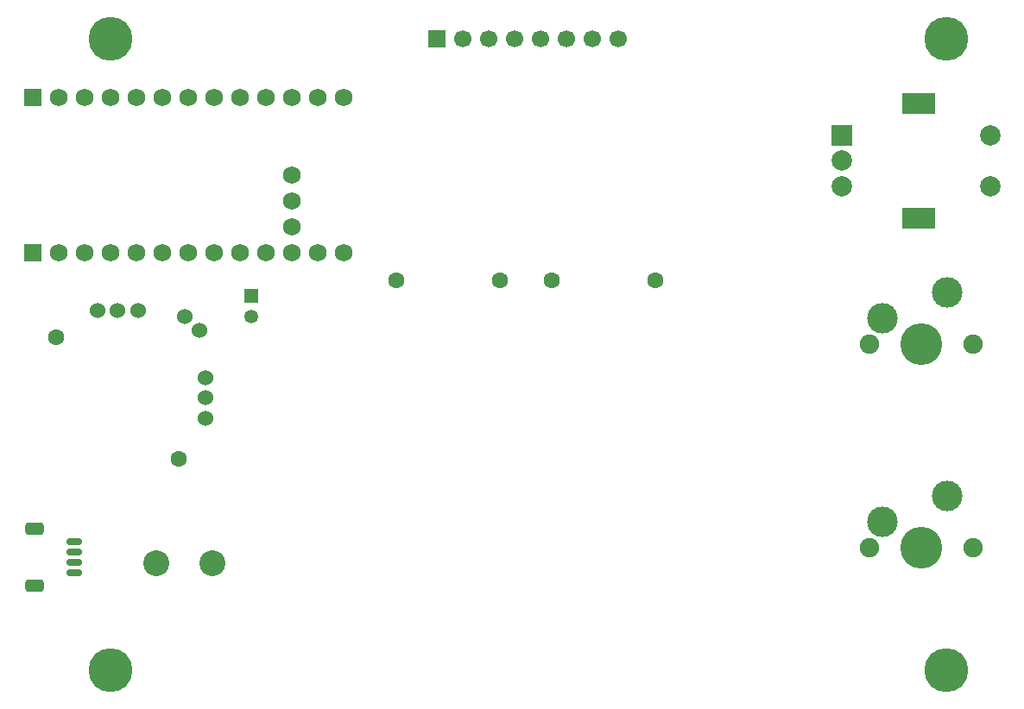
<source format=gts>
%TF.GenerationSoftware,KiCad,Pcbnew,9.0.7*%
%TF.CreationDate,2026-03-07T10:30:55+01:00*%
%TF.ProjectId,confnicebadge,636f6e66-6e69-4636-9562-616467652e6b,rev?*%
%TF.SameCoordinates,Original*%
%TF.FileFunction,Soldermask,Top*%
%TF.FilePolarity,Negative*%
%FSLAX46Y46*%
G04 Gerber Fmt 4.6, Leading zero omitted, Abs format (unit mm)*
G04 Created by KiCad (PCBNEW 9.0.7) date 2026-03-07 10:30:55*
%MOMM*%
%LPD*%
G01*
G04 APERTURE LIST*
G04 Aperture macros list*
%AMRoundRect*
0 Rectangle with rounded corners*
0 $1 Rounding radius*
0 $2 $3 $4 $5 $6 $7 $8 $9 X,Y pos of 4 corners*
0 Add a 4 corners polygon primitive as box body*
4,1,4,$2,$3,$4,$5,$6,$7,$8,$9,$2,$3,0*
0 Add four circle primitives for the rounded corners*
1,1,$1+$1,$2,$3*
1,1,$1+$1,$4,$5*
1,1,$1+$1,$6,$7*
1,1,$1+$1,$8,$9*
0 Add four rect primitives between the rounded corners*
20,1,$1+$1,$2,$3,$4,$5,0*
20,1,$1+$1,$4,$5,$6,$7,0*
20,1,$1+$1,$6,$7,$8,$9,0*
20,1,$1+$1,$8,$9,$2,$3,0*%
G04 Aperture macros list end*
%ADD10C,2.540000*%
%ADD11C,4.300000*%
%ADD12C,2.000000*%
%ADD13R,3.200000X2.000000*%
%ADD14R,2.000000X2.000000*%
%ADD15RoundRect,0.250000X-0.650000X0.350000X-0.650000X-0.350000X0.650000X-0.350000X0.650000X0.350000X0*%
%ADD16RoundRect,0.150000X-0.625000X0.150000X-0.625000X-0.150000X0.625000X-0.150000X0.625000X0.150000X0*%
%ADD17R,1.700000X1.700000*%
%ADD18C,1.900000*%
%ADD19C,3.000000*%
%ADD20C,4.100000*%
%ADD21C,1.600000*%
%ADD22C,1.752600*%
%ADD23C,1.700000*%
%ADD24C,1.524000*%
%ADD25C,1.350000*%
%ADD26R,1.350000X1.350000*%
G04 APERTURE END LIST*
D10*
%TO.C,BZ1*%
X49000000Y-75500000D03*
X43500000Y-75500000D03*
%TD*%
D11*
%TO.C,H3*%
X39000000Y-86000000D03*
%TD*%
D12*
%TO.C,SW2*%
X125250000Y-33500000D03*
X125250000Y-38500000D03*
D13*
X118250000Y-41600000D03*
X118250000Y-30400000D03*
D12*
X110750000Y-36000000D03*
X110750000Y-38500000D03*
D14*
X110750000Y-33500000D03*
%TD*%
D15*
%TO.C,StemmaQT1*%
X31572200Y-77724000D03*
X31572200Y-72124000D03*
D16*
X35447200Y-76424000D03*
X35447200Y-75424000D03*
X35447200Y-74424000D03*
X35447200Y-73424000D03*
%TD*%
D17*
%TO.C,notconnected1*%
X31419800Y-45008800D03*
%TD*%
D18*
%TO.C,SW1*%
X123580000Y-74000000D03*
D19*
X121040000Y-68920000D03*
D20*
X118500000Y-74000000D03*
D19*
X114690000Y-71460000D03*
D18*
X113420000Y-74000000D03*
%TD*%
D21*
%TO.C,R1*%
X67056000Y-47752000D03*
X77216000Y-47752000D03*
%TD*%
D11*
%TO.C,H4*%
X121000000Y-86000000D03*
%TD*%
D18*
%TO.C,SW2b1*%
X123580000Y-54000000D03*
D19*
X121040000Y-48920000D03*
D20*
X118500000Y-54000000D03*
D19*
X114690000Y-51460000D03*
D18*
X113420000Y-54000000D03*
%TD*%
D22*
%TO.C,U1*%
X56820000Y-37380000D03*
X56820000Y-39920000D03*
X56820000Y-42460000D03*
X33960000Y-29760000D03*
X36500000Y-29760000D03*
X39040000Y-29760000D03*
X41580000Y-29760000D03*
X44120000Y-29760000D03*
X46660000Y-29760000D03*
X49200000Y-29760000D03*
X51740000Y-29760000D03*
X54280000Y-29760000D03*
X56820000Y-29760000D03*
X59360000Y-29760000D03*
X61900000Y-29760000D03*
X61900000Y-45000000D03*
X59360000Y-45000000D03*
X56820000Y-45000000D03*
X54280000Y-45000000D03*
X51740000Y-45000000D03*
X49200000Y-45000000D03*
X46660000Y-45000000D03*
X44120000Y-45000000D03*
X41580000Y-45000000D03*
X39040000Y-45000000D03*
X36500000Y-45000000D03*
X33960000Y-45000000D03*
%TD*%
D23*
%TO.C,DISPLAY1*%
X88780000Y-24000000D03*
X86240000Y-24000000D03*
X83700000Y-24000000D03*
X81160000Y-24000000D03*
X78620000Y-24000000D03*
X76080000Y-24000000D03*
X73540000Y-24000000D03*
D17*
X71000000Y-24000000D03*
%TD*%
D11*
%TO.C,H1*%
X39000000Y-24000000D03*
%TD*%
D17*
%TO.C,notconnected2*%
X31419800Y-29743400D03*
%TD*%
D24*
%TO.C,U2*%
X47719000Y-52681000D03*
X46319000Y-51281000D03*
X48319000Y-57281000D03*
X48319000Y-59281000D03*
X48319000Y-61281000D03*
X37719000Y-50681000D03*
X39719000Y-50681000D03*
X41719000Y-50681000D03*
D21*
X45719000Y-65281000D03*
X33719000Y-53281000D03*
%TD*%
D11*
%TO.C,H2*%
X121000000Y-24000000D03*
%TD*%
D21*
%TO.C,R2*%
X82296000Y-47752000D03*
X92456000Y-47752000D03*
%TD*%
D25*
%TO.C,BT1*%
X52832000Y-51276000D03*
D26*
X52832000Y-49276000D03*
%TD*%
M02*

</source>
